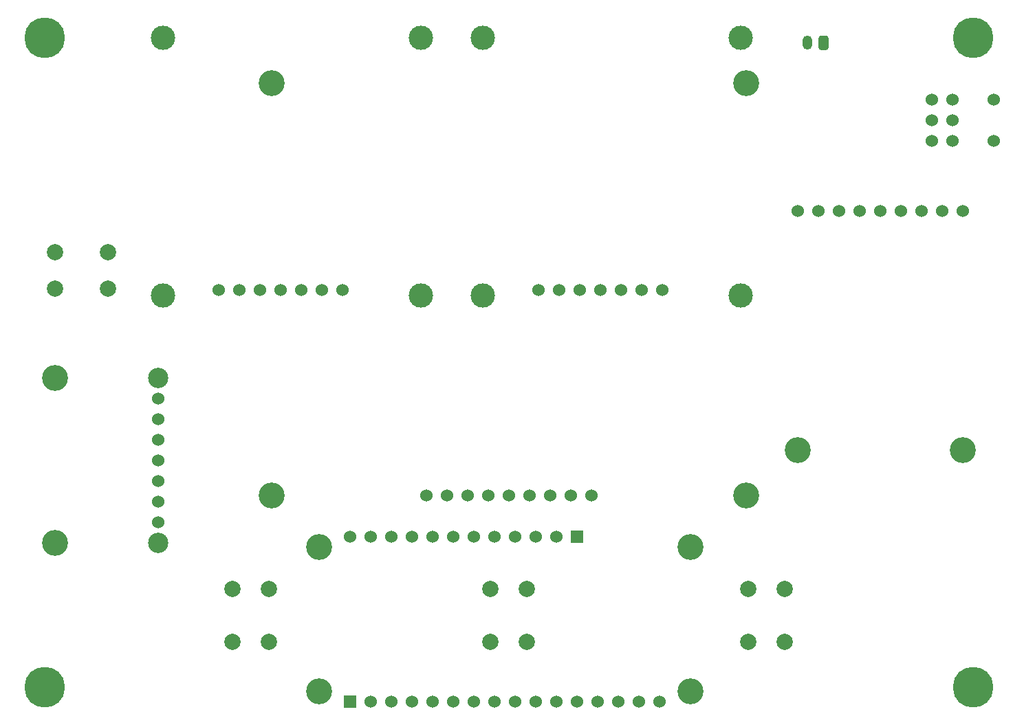
<source format=gbr>
%TF.GenerationSoftware,KiCad,Pcbnew,5.1.9+dfsg1-1*%
%TF.CreationDate,2021-09-30T01:50:27+00:00*%
%TF.ProjectId,st_pat,73745f70-6174-42e6-9b69-6361645f7063,rev?*%
%TF.SameCoordinates,Original*%
%TF.FileFunction,Soldermask,Bot*%
%TF.FilePolarity,Negative*%
%FSLAX46Y46*%
G04 Gerber Fmt 4.6, Leading zero omitted, Abs format (unit mm)*
G04 Created by KiCad (PCBNEW 5.1.9+dfsg1-1) date 2021-09-30 01:50:27*
%MOMM*%
%LPD*%
G01*
G04 APERTURE LIST*
%ADD10C,5.000000*%
%ADD11C,3.200000*%
%ADD12C,1.530000*%
%ADD13C,2.000000*%
%ADD14R,1.530000X1.530000*%
%ADD15C,2.500000*%
%ADD16C,3.000000*%
%ADD17C,1.524000*%
%ADD18O,1.200000X1.750000*%
G04 APERTURE END LIST*
D10*
%TO.C, *%
X196850000Y-120650000D03*
%TD*%
D11*
%TO.C,U1*%
X175260000Y-91440000D03*
X195580000Y-91440000D03*
D12*
X177800000Y-61976000D03*
X175260000Y-61976000D03*
X187960000Y-61976000D03*
X182880000Y-61976000D03*
X193040000Y-61976000D03*
X180340000Y-61976000D03*
X195580000Y-61976000D03*
X185420000Y-61976000D03*
X190500000Y-61976000D03*
%TD*%
D13*
%TO.C,SW5*%
X169164000Y-108562000D03*
X173664000Y-108562000D03*
X169164000Y-115062000D03*
X173664000Y-115062000D03*
%TD*%
%TO.C,SW4*%
X137414000Y-108562000D03*
X141914000Y-108562000D03*
X137414000Y-115062000D03*
X141914000Y-115062000D03*
%TD*%
%TO.C,SW3*%
X105664000Y-108562000D03*
X110164000Y-108562000D03*
X105664000Y-115062000D03*
X110164000Y-115062000D03*
%TD*%
%TO.C,SW2*%
X90320000Y-67056000D03*
X90320000Y-71556000D03*
X83820000Y-67056000D03*
X83820000Y-71556000D03*
%TD*%
D10*
%TO.C, *%
X82550000Y-120650000D03*
%TD*%
%TO.C, *%
X82550000Y-40640000D03*
%TD*%
%TO.C, *%
X196850000Y-40640000D03*
%TD*%
D12*
%TO.C,U4*%
X149860000Y-97028000D03*
X147320000Y-97028000D03*
X144780000Y-97028000D03*
X142240000Y-97028000D03*
X139700000Y-97028000D03*
X137160000Y-97028000D03*
X134620000Y-97028000D03*
X132080000Y-97028000D03*
X129540000Y-97028000D03*
D11*
X110490000Y-97028000D03*
X110490000Y-46228000D03*
X168910000Y-46228000D03*
X168910000Y-97028000D03*
%TD*%
D14*
%TO.C,U2*%
X120142000Y-122428000D03*
X148082000Y-102108000D03*
D11*
X162052000Y-103378000D03*
X162052000Y-121158000D03*
D12*
X145542000Y-102108000D03*
X143002000Y-102108000D03*
X140462000Y-102108000D03*
X137922000Y-102108000D03*
X135382000Y-102108000D03*
X132842000Y-102108000D03*
X130302000Y-102108000D03*
X127762000Y-102108000D03*
X125222000Y-102108000D03*
X122682000Y-102108000D03*
X120142000Y-102108000D03*
X122682000Y-122428000D03*
X125222000Y-122428000D03*
X127762000Y-122428000D03*
X130302000Y-122428000D03*
X132842000Y-122428000D03*
X135382000Y-122428000D03*
X137922000Y-122428000D03*
X140462000Y-122428000D03*
X143002000Y-122428000D03*
X145542000Y-122428000D03*
X148082000Y-122428000D03*
X150622000Y-122428000D03*
X153162000Y-122428000D03*
X155702000Y-122428000D03*
X158242000Y-122428000D03*
D11*
X116332000Y-121158000D03*
X116332000Y-103378000D03*
%TD*%
D12*
%TO.C,U3*%
X96520000Y-100330000D03*
D15*
X96520000Y-102870000D03*
X96520000Y-82550000D03*
D11*
X83820000Y-82550000D03*
X83820000Y-102870000D03*
D12*
X96520000Y-97790000D03*
X96520000Y-95250000D03*
X96520000Y-92710000D03*
X96520000Y-90170000D03*
X96520000Y-87630000D03*
X96520000Y-85090000D03*
%TD*%
D16*
%TO.C,U6*%
X128905000Y-72390000D03*
X128905000Y-40640000D03*
X97155000Y-40640000D03*
X97155000Y-72390000D03*
D17*
X119253000Y-71755000D03*
X116713000Y-71755000D03*
X114173000Y-71755000D03*
X111633000Y-71755000D03*
X109093000Y-71755000D03*
X106553000Y-71755000D03*
X104013000Y-71755000D03*
%TD*%
D16*
%TO.C,U5*%
X168275000Y-72390000D03*
X168275000Y-40640000D03*
X136525000Y-40640000D03*
X136525000Y-72390000D03*
D17*
X158623000Y-71755000D03*
X156083000Y-71755000D03*
X153543000Y-71755000D03*
X151003000Y-71755000D03*
X148463000Y-71755000D03*
X145923000Y-71755000D03*
X143383000Y-71755000D03*
%TD*%
%TO.C,SW1*%
X199390000Y-53340000D03*
X199390000Y-48260000D03*
X194310000Y-53340000D03*
X194310000Y-50800000D03*
X194310000Y-48260000D03*
X191770000Y-53340000D03*
X191770000Y-50800000D03*
X191770000Y-48260000D03*
%TD*%
D18*
%TO.C,J4*%
X176435000Y-41275000D03*
G36*
G01*
X179035000Y-40649999D02*
X179035000Y-41900001D01*
G75*
G02*
X178785001Y-42150000I-249999J0D01*
G01*
X178084999Y-42150000D01*
G75*
G02*
X177835000Y-41900001I0J249999D01*
G01*
X177835000Y-40649999D01*
G75*
G02*
X178084999Y-40400000I249999J0D01*
G01*
X178785001Y-40400000D01*
G75*
G02*
X179035000Y-40649999I0J-249999D01*
G01*
G37*
%TD*%
M02*

</source>
